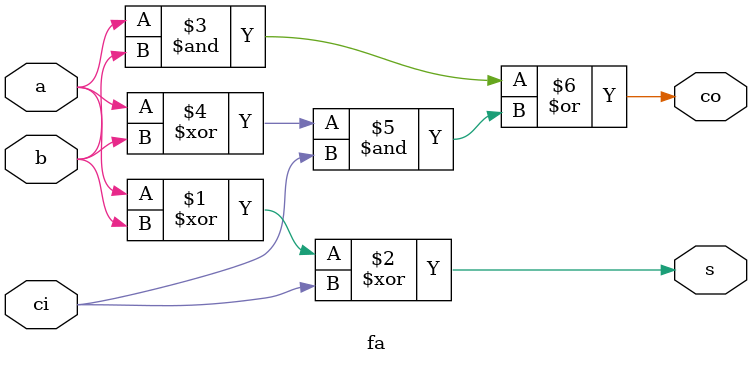
<source format=v>
`timescale 1ns / 1ps


module fa(a,b,ci,s,co);
    input a,b,ci;
    output s,co;
    
    assign s=a^b^ci;
    assign co = (a&b) | ((a^b)&ci);
endmodule

</source>
